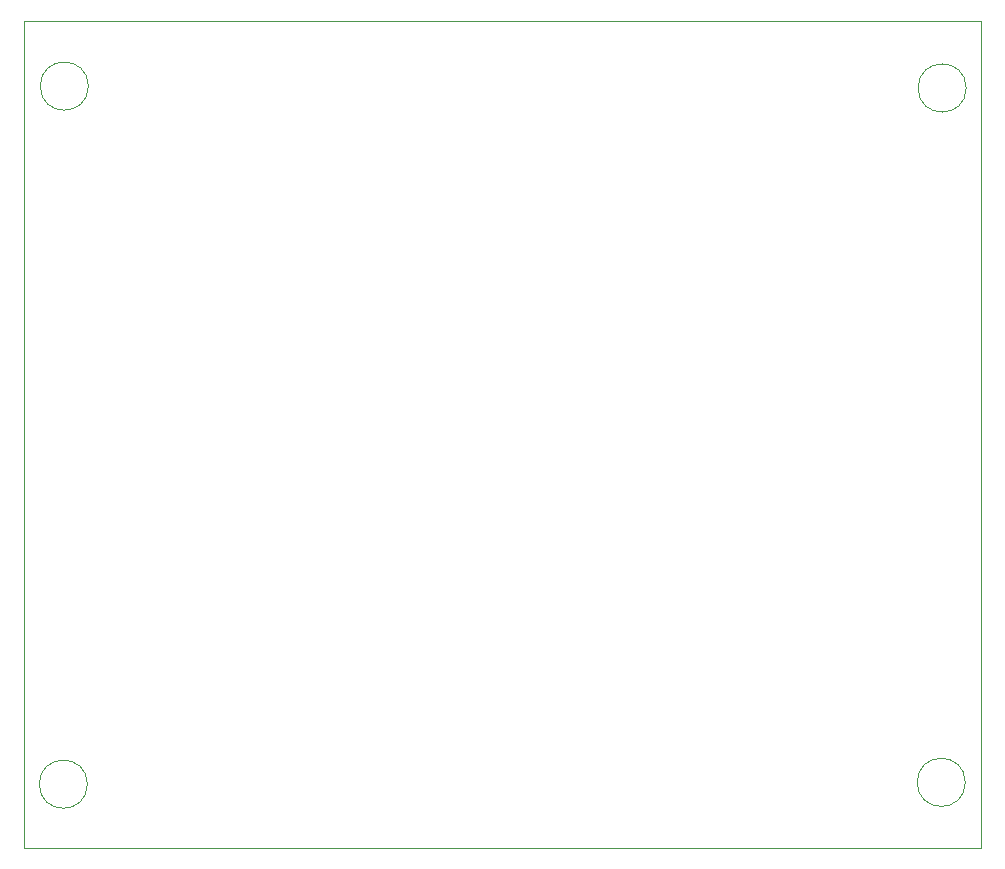
<source format=gbr>
%TF.GenerationSoftware,KiCad,Pcbnew,9.0.4*%
%TF.CreationDate,2025-09-21T18:36:08+05:30*%
%TF.ProjectId,l4_dev_board,6c345f64-6576-45f6-926f-6172642e6b69,rev?*%
%TF.SameCoordinates,Original*%
%TF.FileFunction,Profile,NP*%
%FSLAX46Y46*%
G04 Gerber Fmt 4.6, Leading zero omitted, Abs format (unit mm)*
G04 Created by KiCad (PCBNEW 9.0.4) date 2025-09-21 18:36:08*
%MOMM*%
%LPD*%
G01*
G04 APERTURE LIST*
%TA.AperFunction,Profile*%
%ADD10C,0.100000*%
%TD*%
%TA.AperFunction,Profile*%
%ADD11C,0.050000*%
%TD*%
G04 APERTURE END LIST*
D10*
X148351021Y-91594498D02*
G75*
G02*
X144273161Y-91594498I-2038930J0D01*
G01*
X144273161Y-91594498D02*
G75*
G02*
X148351021Y-91594498I2038930J0D01*
G01*
X222679589Y-91440000D02*
G75*
G02*
X218601729Y-91440000I-2038930J0D01*
G01*
X218601729Y-91440000D02*
G75*
G02*
X222679589Y-91440000I2038930J0D01*
G01*
X148429616Y-32491084D02*
G75*
G02*
X144351756Y-32491084I-2038930J0D01*
G01*
X144351756Y-32491084D02*
G75*
G02*
X148429616Y-32491084I2038930J0D01*
G01*
X222758184Y-32650965D02*
G75*
G02*
X218680324Y-32650965I-2038930J0D01*
G01*
X218680324Y-32650965D02*
G75*
G02*
X222758184Y-32650965I2038930J0D01*
G01*
D11*
X143000000Y-27000000D02*
X224000000Y-27000000D01*
X224000000Y-97000000D01*
X143000000Y-97000000D01*
X143000000Y-27000000D01*
M02*

</source>
